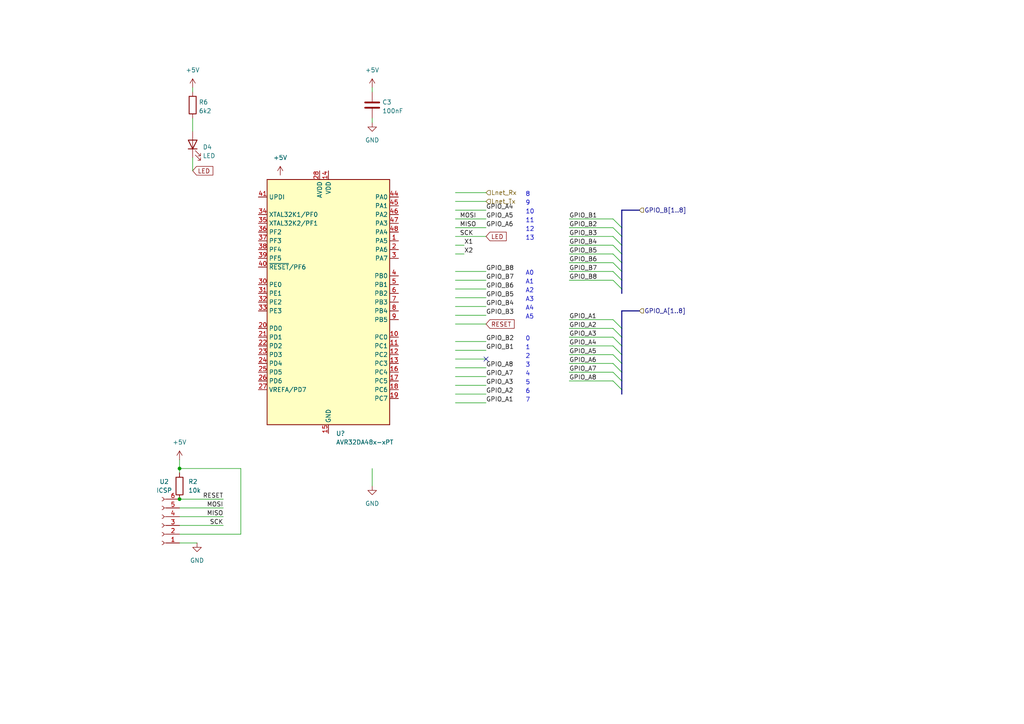
<source format=kicad_sch>
(kicad_sch (version 20231120) (generator "eeschema") (generator_version "8.0")
  (paper "A4")
  (lib_symbols
    (symbol "+5V_1" (power) (pin_names (offset 0))
      (property "Value" "+5V_1" (at 0 3.556 0))
      (symbol "+5V_1_0_1"
        (polyline (pts (xy -0.762 1.27) (xy 0 2.54)))
        (polyline (pts (xy 0 0) (xy 0 2.54)))
        (polyline (pts (xy 0 2.54) (xy 0.762 1.27)))
      )
      (symbol "+5V_1_1_1"
        (pin power_in line (at 0 0 90) (length 0) hide (name "+5V") (number "1"))
      )
    )
    (symbol "+5V_2" (power) (pin_names (offset 0))
      (property "Value" "+5V_2" (at 0 3.556 0))
      (symbol "+5V_2_0_1"
        (polyline (pts (xy -0.762 1.27) (xy 0 2.54)))
        (polyline (pts (xy 0 0) (xy 0 2.54)))
        (polyline (pts (xy 0 2.54) (xy 0.762 1.27)))
      )
      (symbol "+5V_2_1_1"
        (pin power_in line (at 0 0 90) (length 0) hide (name "+5V") (number "1"))
      )
    )
    (symbol "Connector:Conn_01x06_Socket" (pin_names (offset 1.016) hide)
      (property "Reference" "J" (at 0 7.62 0))
      (property "Value" "Conn_01x06_Socket" (at 0 -10.16 0))
      (symbol "Conn_01x06_Socket_1_1"
        (arc (start 0 -7.112) (mid -0.5058 -7.62) (end 0 -8.128) (stroke (width 0.1524)))
        (arc (start 0 -4.572) (mid -0.5058 -5.08) (end 0 -5.588) (stroke (width 0.1524)))
        (arc (start 0 -2.032) (mid -0.5058 -2.54) (end 0 -3.048) (stroke (width 0.1524)))
        (polyline (pts (xy -1.27 -7.62) (xy -0.508 -7.62)) (stroke (width 0.1524)))
        (polyline (pts (xy -1.27 -5.08) (xy -0.508 -5.08)) (stroke (width 0.1524)))
        (polyline (pts (xy -1.27 -2.54) (xy -0.508 -2.54)) (stroke (width 0.1524)))
        (polyline (pts (xy -1.27 0) (xy -0.508 0)) (stroke (width 0.1524)))
        (polyline (pts (xy -1.27 2.54) (xy -0.508 2.54)) (stroke (width 0.1524)))
        (polyline (pts (xy -1.27 5.08) (xy -0.508 5.08)) (stroke (width 0.1524)))
        (arc (start 0 0.508) (mid -0.5058 0) (end 0 -0.508) (stroke (width 0.1524)))
        (arc (start 0 3.048) (mid -0.5058 2.54) (end 0 2.032) (stroke (width 0.1524)))
        (arc (start 0 5.588) (mid -0.5058 5.08) (end 0 4.572) (stroke (width 0.1524)))
        (pin passive line (at -5.08 5.08 0) (length 3.81) (name "Pin_1") (number "1"))
        (pin passive line (at -5.08 2.54 0) (length 3.81) (name "Pin_2") (number "2"))
        (pin passive line (at -5.08 0 0) (length 3.81) (name "Pin_3") (number "3"))
        (pin passive line (at -5.08 -2.54 0) (length 3.81) (name "Pin_4") (number "4"))
        (pin passive line (at -5.08 -5.08 0) (length 3.81) (name "Pin_5") (number "5"))
        (pin passive line (at -5.08 -7.62 0) (length 3.81) (name "Pin_6") (number "6"))
      )
    )
    (symbol "Device:C" (pin_numbers hide) (pin_names (offset 0.254))
      (property "Reference" "C" (at 0.635 2.54 0))
      (property "Value" "C" (at 0.635 -2.54 0))
      (symbol "C_0_1"
        (polyline (pts (xy -2.032 -0.762) (xy 2.032 -0.762)) (stroke (width 0.508)))
        (polyline (pts (xy -2.032 0.762) (xy 2.032 0.762)) (stroke (width 0.508)))
      )
      (symbol "C_1_1"
        (pin passive line (at 0 3.81 270) (length 2.794) (name "~") (number "1"))
        (pin passive line (at 0 -3.81 90) (length 2.794) (name "~") (number "2"))
      )
    )
    (symbol "Device:LED" (pin_numbers hide) (pin_names (offset 1.016) hide)
      (property "Reference" "D" (at 0 2.54 0))
      (property "Value" "LED" (at 0 -2.54 0))
      (symbol "LED_0_1"
        (polyline (pts (xy -1.27 -1.27) (xy -1.27 1.27)) (stroke (width 0.254)))
        (polyline (pts (xy -1.27 0) (xy 1.27 0)))
        (polyline (pts (xy 1.27 -1.27) (xy 1.27 1.27) (xy -1.27 0) (xy 1.27 -1.27)) (stroke (width 0.254)))
        (polyline (pts (xy -3.048 -0.762) (xy -4.572 -2.286) (xy -3.81 -2.286) (xy -4.572 -2.286) (xy -4.572 -1.524)))
        (polyline (pts (xy -1.778 -0.762) (xy -3.302 -2.286) (xy -2.54 -2.286) (xy -3.302 -2.286) (xy -3.302 -1.524)))
      )
      (symbol "LED_1_1"
        (pin passive line (at -3.81 0 0) (length 2.54) (name "K") (number "1"))
        (pin passive line (at 3.81 0 180) (length 2.54) (name "A") (number "2"))
      )
    )
    (symbol "Device:R" (pin_numbers hide) (pin_names (offset 0))
      (property "Reference" "R" (at 2.032 0 90))
      (property "Value" "R" (at 0 0 90))
      (symbol "R_0_1"
        (rectangle (start -1.016 -2.54) (end 1.016 2.54) (stroke (width 0.254)))
      )
      (symbol "R_1_1"
        (pin passive line (at 0 3.81 270) (length 1.27) (name "~") (number "1"))
        (pin passive line (at 0 -3.81 90) (length 1.27) (name "~") (number "2"))
      )
    )
    (symbol "MCU_Microchip_AVR_Dx:AVR32DA48x-xPT"
      (property "Reference" "U" (at -17.78 36.83 0))
      (property "Value" "AVR32DA48x-xPT" (at 5.08 -36.83 0))
      (symbol "AVR32DA48x-xPT_0_1"
        (rectangle (start -17.78 35.56) (end 17.78 -35.56) (stroke (width 0.254)) (fill (type background)))
      )
      (symbol "AVR32DA48x-xPT_1_1"
        (pin bidirectional line (at 20.32 17.78 180) (length 2.54) (name "PA5") (number "1"))
        (pin bidirectional line (at 20.32 -10.16 180) (length 2.54) (name "PC0") (number "10"))
        (pin bidirectional line (at 20.32 -12.7 180) (length 2.54) (name "PC1") (number "11"))
        (pin bidirectional line (at 20.32 -15.24 180) (length 2.54) (name "PC2") (number "12"))
        (pin bidirectional line (at 20.32 -17.78 180) (length 2.54) (name "PC3") (number "13"))
        (pin power_in line (at 0 38.1 270) (length 2.54) (name "VDD") (number "14"))
        (pin power_in line (at 0 -38.1 90) (length 2.54) (name "GND") (number "15"))
        (pin bidirectional line (at 20.32 -20.32 180) (length 2.54) (name "PC4") (number "16"))
        (pin bidirectional line (at 20.32 -22.86 180) (length 2.54) (name "PC5") (number "17"))
        (pin bidirectional line (at 20.32 -25.4 180) (length 2.54) (name "PC6") (number "18"))
        (pin bidirectional line (at 20.32 -27.94 180) (length 2.54) (name "PC7") (number "19"))
        (pin bidirectional line (at 20.32 15.24 180) (length 2.54) (name "PA6") (number "2"))
        (pin bidirectional line (at -20.32 -7.62 0) (length 2.54) (name "PD0") (number "20"))
        (pin bidirectional line (at -20.32 -10.16 0) (length 2.54) (name "PD1") (number "21"))
        (pin bidirectional line (at -20.32 -12.7 0) (length 2.54) (name "PD2") (number "22"))
        (pin bidirectional line (at -20.32 -15.24 0) (length 2.54) (name "PD3") (number "23"))
        (pin bidirectional line (at -20.32 -17.78 0) (length 2.54) (name "PD4") (number "24"))
        (pin bidirectional line (at -20.32 -20.32 0) (length 2.54) (name "PD5") (number "25"))
        (pin bidirectional line (at -20.32 -22.86 0) (length 2.54) (name "PD6") (number "26"))
        (pin bidirectional line (at -20.32 -25.4 0) (length 2.54) (name "VREFA/PD7") (number "27"))
        (pin power_in line (at -2.54 38.1 270) (length 2.54) (name "AVDD") (number "28"))
        (pin passive line (at 0 -38.1 90) (length 2.54) hide (name "GND") (number "29"))
        (pin bidirectional line (at 20.32 12.7 180) (length 2.54) (name "PA7") (number "3"))
        (pin bidirectional line (at -20.32 5.08 0) (length 2.54) (name "PE0") (number "30"))
        (pin bidirectional line (at -20.32 2.54 0) (length 2.54) (name "PE1") (number "31"))
        (pin bidirectional line (at -20.32 0 0) (length 2.54) (name "PE2") (number "32"))
        (pin bidirectional line (at -20.32 -2.54 0) (length 2.54) (name "PE3") (number "33"))
        (pin bidirectional line (at -20.32 25.4 0) (length 2.54) (name "XTAL32K1/PF0") (number "34"))
        (pin bidirectional line (at -20.32 22.86 0) (length 2.54) (name "XTAL32K2/PF1") (number "35"))
        (pin bidirectional line (at -20.32 20.32 0) (length 2.54) (name "PF2") (number "36"))
        (pin bidirectional line (at -20.32 17.78 0) (length 2.54) (name "PF3") (number "37"))
        (pin bidirectional line (at -20.32 15.24 0) (length 2.54) (name "PF4") (number "38"))
        (pin bidirectional line (at -20.32 12.7 0) (length 2.54) (name "PF5") (number "39"))
        (pin bidirectional line (at 20.32 7.62 180) (length 2.54) (name "PB0") (number "4"))
        (pin bidirectional line (at -20.32 10.16 0) (length 2.54) (name "~{RESET}/PF6") (number "40"))
        (pin input line (at -20.32 30.48 0) (length 2.54) (name "UPDI") (number "41"))
        (pin passive line (at 0 38.1 270) (length 2.54) hide (name "VDD") (number "42"))
        (pin passive line (at 0 -38.1 90) (length 2.54) hide (name "GND") (number "43"))
        (pin bidirectional line (at 20.32 30.48 180) (length 2.54) (name "PA0") (number "44"))
        (pin bidirectional line (at 20.32 27.94 180) (length 2.54) (name "PA1") (number "45"))
        (pin bidirectional line (at 20.32 25.4 180) (length 2.54) (name "PA2") (number "46"))
        (pin bidirectional line (at 20.32 22.86 180) (length 2.54) (name "PA3") (number "47"))
        (pin bidirectional line (at 20.32 20.32 180) (length 2.54) (name "PA4") (number "48"))
        (pin bidirectional line (at 20.32 5.08 180) (length 2.54) (name "PB1") (number "5"))
        (pin bidirectional line (at 20.32 2.54 180) (length 2.54) (name "PB2") (number "6"))
        (pin bidirectional line (at 20.32 0 180) (length 2.54) (name "PB3") (number "7"))
        (pin bidirectional line (at 20.32 -2.54 180) (length 2.54) (name "PB4") (number "8"))
        (pin bidirectional line (at 20.32 -5.08 180) (length 2.54) (name "PB5") (number "9"))
      )
    )
    (symbol "power:GND" (power) (pin_names (offset 0))
      (property "Value" "GND" (at 0 -3.81 0))
      (symbol "GND_0_1"
        (polyline (pts (xy 0 0) (xy 0 -1.27) (xy 1.27 -1.27) (xy 0 -2.54) (xy -1.27 -1.27) (xy 0 -1.27)))
      )
      (symbol "GND_1_1"
        (pin power_in line (at 0 0 270) (length 0) hide (name "GND") (number "1"))
      )
    )
  )
  (junction (at 52.07 144.78))
  (junction (at 52.07 135.89))
  (no_connect (at 140.97 104.14))
  (bus_entry (at 177.8 68.58) (size 2.54 2.54))
  (bus_entry (at 177.8 92.71) (size 2.54 2.54))
  (bus_entry (at 177.8 76.2) (size 2.54 2.54))
  (bus_entry (at 177.8 107.95) (size 2.54 2.54))
  (bus_entry (at 177.8 105.41) (size 2.54 2.54))
  (bus_entry (at 177.8 100.33) (size 2.54 2.54))
  (bus_entry (at 177.8 110.49) (size 2.54 2.54))
  (bus_entry (at 177.8 81.28) (size 2.54 2.54))
  (bus_entry (at 177.8 95.25) (size 2.54 2.54))
  (bus_entry (at 177.8 73.66) (size 2.54 2.54))
  (bus_entry (at 177.8 97.79) (size 2.54 2.54))
  (bus_entry (at 177.8 78.74) (size 2.54 2.54))
  (bus_entry (at 177.8 102.87) (size 2.54 2.54))
  (bus_entry (at 177.8 63.5) (size 2.54 2.54))
  (bus_entry (at 177.8 66.04) (size 2.54 2.54))
  (bus_entry (at 177.8 71.12) (size 2.54 2.54))
  (bus (pts (xy 180.34 81.28) (xy 180.34 78.74)))
  (wire (pts (xy 52.07 147.32) (xy 64.77 147.32)))
  (wire (pts (xy 165.1 97.79) (xy 177.8 97.79)))
  (wire (pts (xy 55.88 45.72) (xy 55.88 49.53)))
  (wire (pts (xy 165.1 81.28) (xy 177.8 81.28)))
  (wire (pts (xy 165.1 76.2) (xy 177.8 76.2)))
  (bus (pts (xy 180.34 60.96) (xy 185.42 60.96)))
  (wire (pts (xy 107.95 135.89) (xy 107.95 140.97)))
  (bus (pts (xy 180.34 114.3) (xy 180.34 113.03)))
  (wire (pts (xy 52.07 144.78) (xy 64.77 144.78)))
  (bus (pts (xy 180.34 85.09) (xy 180.34 83.82)))
  (wire (pts (xy 140.97 86.36) (xy 132.08 86.36)))
  (wire (pts (xy 132.08 91.44) (xy 140.97 91.44)))
  (wire (pts (xy 140.97 116.84) (xy 132.08 116.84)))
  (wire (pts (xy 165.1 100.33) (xy 177.8 100.33)))
  (wire (pts (xy 165.1 110.49) (xy 177.8 110.49)))
  (wire (pts (xy 52.07 149.86) (xy 64.77 149.86)))
  (bus (pts (xy 180.34 102.87) (xy 180.34 100.33)))
  (wire (pts (xy 107.95 25.4) (xy 107.95 26.67)))
  (bus (pts (xy 180.34 83.82) (xy 180.34 81.28)))
  (wire (pts (xy 132.08 83.82) (xy 140.97 83.82)))
  (wire (pts (xy 132.08 99.06) (xy 140.97 99.06)))
  (bus (pts (xy 180.34 73.66) (xy 180.34 71.12)))
  (wire (pts (xy 52.07 154.94) (xy 69.85 154.94)))
  (bus (pts (xy 180.34 97.79) (xy 180.34 95.25)))
  (wire (pts (xy 140.97 88.9) (xy 132.08 88.9)))
  (wire (pts (xy 165.1 71.12) (xy 177.8 71.12)))
  (wire (pts (xy 132.08 93.98) (xy 140.97 93.98)))
  (wire (pts (xy 140.97 60.96) (xy 132.08 60.96)))
  (wire (pts (xy 132.08 81.28) (xy 140.97 81.28)))
  (wire (pts (xy 132.08 55.88) (xy 140.97 55.88)))
  (wire (pts (xy 55.88 34.29) (xy 55.88 38.1)))
  (bus (pts (xy 180.34 76.2) (xy 180.34 73.66)))
  (wire (pts (xy 165.1 102.87) (xy 177.8 102.87)))
  (wire (pts (xy 165.1 73.66) (xy 177.8 73.66)))
  (wire (pts (xy 132.08 73.66) (xy 134.62 73.66)))
  (wire (pts (xy 132.08 71.12) (xy 134.62 71.12)))
  (wire (pts (xy 52.07 133.35) (xy 52.07 135.89)))
  (wire (pts (xy 165.1 68.58) (xy 177.8 68.58)))
  (wire (pts (xy 140.97 63.5) (xy 132.08 63.5)))
  (wire (pts (xy 52.07 157.48) (xy 57.15 157.48)))
  (bus (pts (xy 180.34 90.17) (xy 185.42 90.17)))
  (wire (pts (xy 132.08 58.42) (xy 140.97 58.42)))
  (wire (pts (xy 132.08 101.6) (xy 140.97 101.6)))
  (wire (pts (xy 52.07 135.89) (xy 69.85 135.89)))
  (wire (pts (xy 140.97 68.58) (xy 132.08 68.58)))
  (bus (pts (xy 180.34 100.33) (xy 180.34 97.79)))
  (wire (pts (xy 140.97 114.3) (xy 132.08 114.3)))
  (bus (pts (xy 180.34 107.95) (xy 180.34 105.41)))
  (wire (pts (xy 52.07 152.4) (xy 64.77 152.4)))
  (wire (pts (xy 165.1 63.5) (xy 177.8 63.5)))
  (wire (pts (xy 132.08 109.22) (xy 140.97 109.22)))
  (bus (pts (xy 180.34 110.49) (xy 180.34 107.95)))
  (wire (pts (xy 140.97 104.14) (xy 132.08 104.14)))
  (bus (pts (xy 180.34 68.58) (xy 180.34 66.04)))
  (bus (pts (xy 180.34 105.41) (xy 180.34 102.87)))
  (wire (pts (xy 165.1 105.41) (xy 177.8 105.41)))
  (wire (pts (xy 165.1 107.95) (xy 177.8 107.95)))
  (wire (pts (xy 165.1 78.74) (xy 177.8 78.74)))
  (wire (pts (xy 69.85 135.89) (xy 69.85 154.94)))
  (bus (pts (xy 180.34 113.03) (xy 180.34 110.49)))
  (wire (pts (xy 165.1 95.25) (xy 177.8 95.25)))
  (wire (pts (xy 107.95 34.29) (xy 107.95 35.56)))
  (wire (pts (xy 140.97 66.04) (xy 132.08 66.04)))
  (bus (pts (xy 180.34 95.25) (xy 180.34 90.17)))
  (bus (pts (xy 180.34 66.04) (xy 180.34 60.96)))
  (wire (pts (xy 55.88 25.4) (xy 55.88 26.67)))
  (wire (pts (xy 165.1 66.04) (xy 177.8 66.04)))
  (wire (pts (xy 132.08 106.68) (xy 140.97 106.68)))
  (wire (pts (xy 52.07 135.89) (xy 52.07 137.16)))
  (wire (pts (xy 165.1 92.71) (xy 177.8 92.71)))
  (wire (pts (xy 132.08 78.74) (xy 140.97 78.74)))
  (bus (pts (xy 180.34 71.12) (xy 180.34 68.58)))
  (bus (pts (xy 180.34 78.74) (xy 180.34 76.2)))
  (wire (pts (xy 140.97 111.76) (xy 132.08 111.76)))
  (text "A4" (at 152.4 90.17 0) (effects (font (size 1.27 1.27)) (justify left bottom)))
  (text "A2" (at 152.4 85.09 0) (effects (font (size 1.27 1.27)) (justify left bottom)))
  (text "7" (at 152.4 116.84 0) (effects (font (size 1.27 1.27)) (justify left bottom)))
  (text "5" (at 152.4 111.76 0) (effects (font (size 1.27 1.27)) (justify left bottom)))
  (text "1\n" (at 152.4 101.6 0) (effects (font (size 1.27 1.27)) (justify left bottom)))
  (text "A5" (at 152.4 92.71 0) (effects (font (size 1.27 1.27)) (justify left bottom)))
  (text "8" (at 152.4 57.15 0) (effects (font (size 1.27 1.27)) (justify left bottom)))
  (text "A3" (at 152.4 87.63 0) (effects (font (size 1.27 1.27)) (justify left bottom)))
  (text "13" (at 152.4 69.85 0) (effects (font (size 1.27 1.27)) (justify left bottom)))
  (text "9" (at 152.4 59.69 0) (effects (font (size 1.27 1.27)) (justify left bottom)))
  (text "0\n" (at 152.4 99.06 0) (effects (font (size 1.27 1.27)) (justify left bottom)))
  (text "10" (at 152.4 62.23 0) (effects (font (size 1.27 1.27)) (justify left bottom)))
  (text "A0" (at 152.4 80.01 0) (effects (font (size 1.27 1.27)) (justify left bottom)))
  (text "4" (at 152.4 109.22 0) (effects (font (size 1.27 1.27)) (justify left bottom)))
  (text "A1" (at 152.4 82.55 0) (effects (font (size 1.27 1.27)) (justify left bottom)))
  (text "12" (at 152.4 67.31 0) (effects (font (size 1.27 1.27)) (justify left bottom)))
  (text "11" (at 152.4 64.77 0) (effects (font (size 1.27 1.27)) (justify left bottom)))
  (text "2\n" (at 152.4 104.14 0) (effects (font (size 1.27 1.27)) (justify left bottom)))
  (text "6" (at 152.4 114.3 0) (effects (font (size 1.27 1.27)) (justify left bottom)))
  (text "3\n" (at 152.4 106.68 0) (effects (font (size 1.27 1.27)) (justify left bottom)))
  (label "GPIO_A8" (at 140.97 106.68 0))
  (label "X2" (at 134.62 73.66 0))
  (label "GPIO_A1" (at 165.1 92.71 0))
  (label "GPIO_A5" (at 140.97 63.5 0))
  (label "GPIO_B7" (at 140.97 81.28 0))
  (label "GPIO_A2" (at 140.97 114.3 0))
  (label "GPIO_B1" (at 140.97 101.6 0))
  (label "GPIO_B2" (at 165.1 66.04 0))
  (label "GPIO_A4" (at 140.97 60.96 0))
  (label "GPIO_A2" (at 165.1 95.25 0))
  (label "MOSI" (at 133.35 63.5 0))
  (label "GPIO_A4" (at 165.1 100.33 0))
  (label "MISO" (at 133.35 66.04 0))
  (label "GPIO_B4" (at 165.1 71.12 0))
  (label "GPIO_A5" (at 165.1 102.87 0))
  (label "GPIO_B3" (at 140.97 91.44 0))
  (label "GPIO_B6" (at 140.97 83.82 0))
  (label "GPIO_B4" (at 140.97 88.9 0))
  (label "GPIO_B2" (at 140.97 99.06 0))
  (label "GPIO_A1" (at 140.97 116.84 0))
  (label "GPIO_A7" (at 165.1 107.95 0))
  (label "SCK" (at 133.35 68.58 0))
  (label "SCK" (at 64.77 152.4 180))
  (label "X1" (at 134.62 71.12 0))
  (label "GPIO_A6" (at 165.1 105.41 0))
  (label "GPIO_A8" (at 165.1 110.49 0))
  (label "MOSI" (at 64.77 147.32 180))
  (label "GPIO_B3" (at 165.1 68.58 0))
  (label "GPIO_B5" (at 165.1 73.66 0))
  (label "MISO" (at 64.77 149.86 180))
  (label "GPIO_B7" (at 165.1 78.74 0))
  (label "GPIO_A3" (at 165.1 97.79 0))
  (label "GPIO_B8" (at 140.97 78.74 0))
  (label "RESET" (at 64.77 144.78 180))
  (label "GPIO_A6" (at 140.97 66.04 0))
  (label "GPIO_B1" (at 165.1 63.5 0))
  (label "GPIO_A3" (at 140.97 111.76 0))
  (label "GPIO_B6" (at 165.1 76.2 0))
  (label "GPIO_A7" (at 140.97 109.22 0))
  (label "GPIO_B8" (at 165.1 81.28 0))
  (label "GPIO_B5" (at 140.97 86.36 0))
  (global_label "RESET" (shape input) (at 140.97 93.98 0) (property "Intersheetrefs" "${INTERSHEET_REFS}" (effects (hide yes))))
  (global_label "LED" (shape input) (at 140.97 68.58 0) (property "Intersheetrefs" "${INTERSHEET_REFS}" (effects (hide yes))))
  (global_label "LED" (shape input) (at 55.88 49.53 0) (property "Intersheetrefs" "${INTERSHEET_REFS}" (effects (hide yes))))
  (hierarchical_label "Lnet_Rx" (shape input) (at 140.97 55.88 0))
  (hierarchical_label "Lnet_Tx" (shape input) (at 140.97 58.42 0))
  (hierarchical_label "GPIO_A[1..8]" (shape input) (at 185.42 90.17 0))
  (hierarchical_label "GPIO_B[1..8]" (shape input) (at 185.42 60.96 0))
  (symbol (lib_name "+5V_2") (lib_id "power:+5V") (at 52.07 133.35 0) (unit 1)
    (property "Reference" "#PWR028" (effects (hide yes)))
    (property "Value" "+5V" (at 52.07 128.27 0))
  )
  (symbol (lib_id "Device:LED") (at 55.88 41.91 90) (unit 1)
    (property "Reference" "D4" (at 58.801 42.6628 90) (effects (justify right)))
    (property "Value" "LED" (at 58.801 45.1997 90) (effects (justify right)))
    (property "Footprint" "LED_SMD:LED_0805_2012Metric_Pad1.15x1.40mm_HandSolder" (effects (hide yes)))
    (property "JLCPCB Part#" "C84256" (effects (hide yes)))
  )
  (symbol (lib_id "Connector:Conn_01x06_Socket") (at 46.99 152.4 180) (unit 1)
    (property "Reference" "U2" (at 47.625 139.7 0))
    (property "Value" "ICSP" (at 47.625 142.24 0))
    (property "Footprint" "Connector_PinHeader_2.54mm:PinHeader_1x06_P2.54mm_Vertical" (effects (hide yes)))
  )
  (symbol (lib_id "power:GND") (at 57.15 157.48 0) (unit 1)
    (property "Reference" "#PWR03" (effects (hide yes)))
    (property "Value" "GND" (at 57.15 162.56 0))
  )
  (symbol (lib_id "MCU_Microchip_AVR_Dx:AVR32DA48x-xPT") (at 95.25 87.63 0) (unit 1)
    (property "Reference" "U?" (at 97.4441 125.73 0) (effects (justify left)))
    (property "Value" "AVR32DA48x-xPT" (at 97.4441 128.27 0) (effects (justify left)))
    (property "Footprint" "Package_QFP:TQFP-48_7x7mm_P0.5mm" (effects (hide yes)))
    (property "Datasheet" "https://ww1.microchip.com/downloads/en/DeviceDoc/AVR32DA28-32-48-Data-Sheet-40002228B.pdf" (effects (hide yes)))
    (property "Description" "24MHz, 32kB Flash, 4kB SRAM, EEPROM with Touch Sensing, TQFP-48" (effects (hide yes)))
  )
  (symbol (lib_id "Device:R") (at 55.88 30.48 0) (unit 1)
    (property "Reference" "R6" (at 57.658 29.6453 0) (effects (justify left)))
    (property "Value" "6k2" (at 57.658 32.1822 0) (effects (justify left)))
    (property "Footprint" "Resistor_SMD:R_0603_1608Metric_Pad0.98x0.95mm_HandSolder" (effects (hide yes)))
    (property "JLCPCB Part#" "C4260" (effects (hide yes)))
  )
  (symbol (lib_name "+5V_1") (lib_id "power:+5V") (at 55.88 25.4 0) (unit 1)
    (property "Reference" "#PWR06" (effects (hide yes)))
    (property "Value" "+5V" (at 55.88 20.32 0))
  )
  (symbol (lib_name "+5V_1") (lib_id "power:+5V") (at 107.95 25.4 0) (unit 1)
    (property "Reference" "#PWR07" (effects (hide yes)))
    (property "Value" "+5V" (at 107.95 20.32 0))
  )
  (symbol (lib_name "+5V_1") (lib_id "power:+5V") (at 81.28 50.8 0) (unit 1)
    (property "Reference" "#PWR09" (effects (hide yes)))
    (property "Value" "+5V" (at 81.28 45.72 0))
  )
  (symbol (lib_id "power:GND") (at 107.95 140.97 0) (unit 1)
    (property "Reference" "#PWR01" (effects (hide yes)))
    (property "Value" "GND" (at 107.95 146.05 0))
  )
  (symbol (lib_id "Device:R") (at 52.07 140.97 0) (unit 1)
    (property "Reference" "R2" (at 54.61 139.7 0) (effects (justify left)))
    (property "Value" "10k" (at 54.61 142.24 0) (effects (justify left)))
    (property "Footprint" "Resistor_SMD:R_0402_1005Metric_Pad0.72x0.64mm_HandSolder" (effects (hide yes)))
    (property "JLCPCB Part#" "C25744" (effects (hide yes)))
  )
  (symbol (lib_id "Device:C") (at 107.95 30.48 180) (unit 1)
    (property "Reference" "C3" (at 110.871 29.6453 0) (effects (justify right)))
    (property "Value" "100nF" (at 110.871 32.1822 0) (effects (justify right)))
    (property "Footprint" "Capacitor_SMD:C_0603_1608Metric_Pad1.08x0.95mm_HandSolder" (effects (hide yes)))
    (property "JLCPCB Part#" "C14663" (effects (hide yes)))
  )
  (symbol (lib_id "power:GND") (at 107.95 35.56 0) (unit 1)
    (property "Reference" "#PWR08" (effects (hide yes)))
    (property "Value" "GND" (at 107.95 40.64 0))
  )
)
</source>
